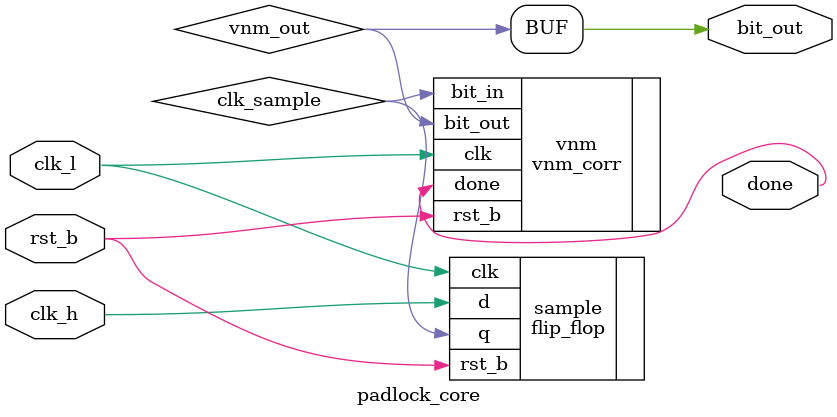
<source format=sv>
module padlock_core
    (input logic rst_b,
     input logic clk_h, clk_l,
     output logic bit_out, done);
    
   logic clk_sample;
	
	logic vnm_out;

   flip_flop sample(.clk(clk_l),
              .rst_b,
              .d(clk_h),
              .q(clk_sample));

   vnm_corr vnm(.clk(clk_l),
                .rst_b,
                .bit_in(clk_sample),
                .done,
                .bit_out(vnm_out));

	assign bit_out = vnm_out;


endmodule: padlock_core

</source>
